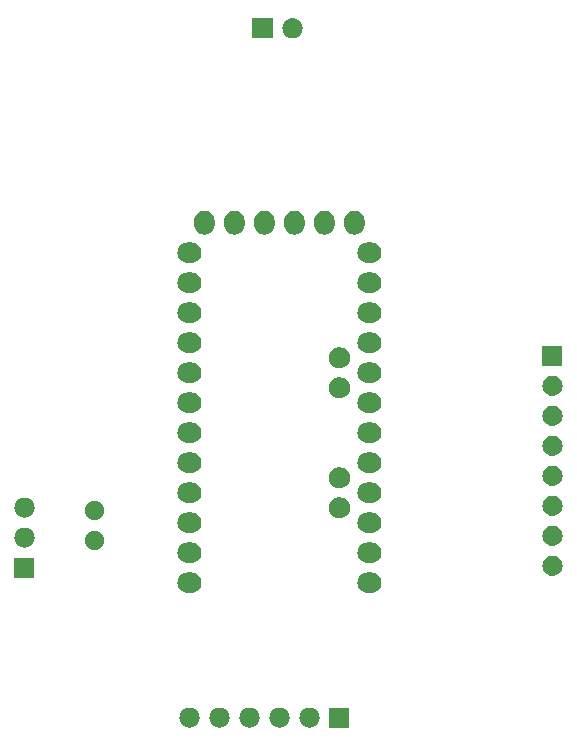
<source format=gbr>
G04 #@! TF.GenerationSoftware,KiCad,Pcbnew,5.0.2+dfsg1-1~bpo9+1*
G04 #@! TF.CreationDate,2019-03-25T16:16:38+01:00*
G04 #@! TF.ProjectId,ProMini,50726f4d-696e-4692-9e6b-696361645f70,0.1*
G04 #@! TF.SameCoordinates,Original*
G04 #@! TF.FileFunction,Soldermask,Top*
G04 #@! TF.FilePolarity,Negative*
%FSLAX46Y46*%
G04 Gerber Fmt 4.6, Leading zero omitted, Abs format (unit mm)*
G04 Created by KiCad (PCBNEW 5.0.2+dfsg1-1~bpo9+1) date Mon 25 Mar 2019 16:16:38 CET*
%MOMM*%
%LPD*%
G01*
G04 APERTURE LIST*
%ADD10C,0.100000*%
G04 APERTURE END LIST*
D10*
G36*
X151980000Y-125310000D02*
X150280000Y-125310000D01*
X150280000Y-123610000D01*
X151980000Y-123610000D01*
X151980000Y-125310000D01*
X151980000Y-125310000D01*
G37*
G36*
X148756630Y-123622299D02*
X148916855Y-123670903D01*
X149064520Y-123749831D01*
X149193949Y-123856051D01*
X149300169Y-123985480D01*
X149379097Y-124133145D01*
X149427701Y-124293370D01*
X149444112Y-124460000D01*
X149427701Y-124626630D01*
X149379097Y-124786855D01*
X149300169Y-124934520D01*
X149193949Y-125063949D01*
X149064520Y-125170169D01*
X148916855Y-125249097D01*
X148756630Y-125297701D01*
X148631752Y-125310000D01*
X148548248Y-125310000D01*
X148423370Y-125297701D01*
X148263145Y-125249097D01*
X148115480Y-125170169D01*
X147986051Y-125063949D01*
X147879831Y-124934520D01*
X147800903Y-124786855D01*
X147752299Y-124626630D01*
X147735888Y-124460000D01*
X147752299Y-124293370D01*
X147800903Y-124133145D01*
X147879831Y-123985480D01*
X147986051Y-123856051D01*
X148115480Y-123749831D01*
X148263145Y-123670903D01*
X148423370Y-123622299D01*
X148548248Y-123610000D01*
X148631752Y-123610000D01*
X148756630Y-123622299D01*
X148756630Y-123622299D01*
G37*
G36*
X138596630Y-123622299D02*
X138756855Y-123670903D01*
X138904520Y-123749831D01*
X139033949Y-123856051D01*
X139140169Y-123985480D01*
X139219097Y-124133145D01*
X139267701Y-124293370D01*
X139284112Y-124460000D01*
X139267701Y-124626630D01*
X139219097Y-124786855D01*
X139140169Y-124934520D01*
X139033949Y-125063949D01*
X138904520Y-125170169D01*
X138756855Y-125249097D01*
X138596630Y-125297701D01*
X138471752Y-125310000D01*
X138388248Y-125310000D01*
X138263370Y-125297701D01*
X138103145Y-125249097D01*
X137955480Y-125170169D01*
X137826051Y-125063949D01*
X137719831Y-124934520D01*
X137640903Y-124786855D01*
X137592299Y-124626630D01*
X137575888Y-124460000D01*
X137592299Y-124293370D01*
X137640903Y-124133145D01*
X137719831Y-123985480D01*
X137826051Y-123856051D01*
X137955480Y-123749831D01*
X138103145Y-123670903D01*
X138263370Y-123622299D01*
X138388248Y-123610000D01*
X138471752Y-123610000D01*
X138596630Y-123622299D01*
X138596630Y-123622299D01*
G37*
G36*
X141136630Y-123622299D02*
X141296855Y-123670903D01*
X141444520Y-123749831D01*
X141573949Y-123856051D01*
X141680169Y-123985480D01*
X141759097Y-124133145D01*
X141807701Y-124293370D01*
X141824112Y-124460000D01*
X141807701Y-124626630D01*
X141759097Y-124786855D01*
X141680169Y-124934520D01*
X141573949Y-125063949D01*
X141444520Y-125170169D01*
X141296855Y-125249097D01*
X141136630Y-125297701D01*
X141011752Y-125310000D01*
X140928248Y-125310000D01*
X140803370Y-125297701D01*
X140643145Y-125249097D01*
X140495480Y-125170169D01*
X140366051Y-125063949D01*
X140259831Y-124934520D01*
X140180903Y-124786855D01*
X140132299Y-124626630D01*
X140115888Y-124460000D01*
X140132299Y-124293370D01*
X140180903Y-124133145D01*
X140259831Y-123985480D01*
X140366051Y-123856051D01*
X140495480Y-123749831D01*
X140643145Y-123670903D01*
X140803370Y-123622299D01*
X140928248Y-123610000D01*
X141011752Y-123610000D01*
X141136630Y-123622299D01*
X141136630Y-123622299D01*
G37*
G36*
X146216630Y-123622299D02*
X146376855Y-123670903D01*
X146524520Y-123749831D01*
X146653949Y-123856051D01*
X146760169Y-123985480D01*
X146839097Y-124133145D01*
X146887701Y-124293370D01*
X146904112Y-124460000D01*
X146887701Y-124626630D01*
X146839097Y-124786855D01*
X146760169Y-124934520D01*
X146653949Y-125063949D01*
X146524520Y-125170169D01*
X146376855Y-125249097D01*
X146216630Y-125297701D01*
X146091752Y-125310000D01*
X146008248Y-125310000D01*
X145883370Y-125297701D01*
X145723145Y-125249097D01*
X145575480Y-125170169D01*
X145446051Y-125063949D01*
X145339831Y-124934520D01*
X145260903Y-124786855D01*
X145212299Y-124626630D01*
X145195888Y-124460000D01*
X145212299Y-124293370D01*
X145260903Y-124133145D01*
X145339831Y-123985480D01*
X145446051Y-123856051D01*
X145575480Y-123749831D01*
X145723145Y-123670903D01*
X145883370Y-123622299D01*
X146008248Y-123610000D01*
X146091752Y-123610000D01*
X146216630Y-123622299D01*
X146216630Y-123622299D01*
G37*
G36*
X143676630Y-123622299D02*
X143836855Y-123670903D01*
X143984520Y-123749831D01*
X144113949Y-123856051D01*
X144220169Y-123985480D01*
X144299097Y-124133145D01*
X144347701Y-124293370D01*
X144364112Y-124460000D01*
X144347701Y-124626630D01*
X144299097Y-124786855D01*
X144220169Y-124934520D01*
X144113949Y-125063949D01*
X143984520Y-125170169D01*
X143836855Y-125249097D01*
X143676630Y-125297701D01*
X143551752Y-125310000D01*
X143468248Y-125310000D01*
X143343370Y-125297701D01*
X143183145Y-125249097D01*
X143035480Y-125170169D01*
X142906051Y-125063949D01*
X142799831Y-124934520D01*
X142720903Y-124786855D01*
X142672299Y-124626630D01*
X142655888Y-124460000D01*
X142672299Y-124293370D01*
X142720903Y-124133145D01*
X142799831Y-123985480D01*
X142906051Y-123856051D01*
X143035480Y-123749831D01*
X143183145Y-123670903D01*
X143343370Y-123622299D01*
X143468248Y-123610000D01*
X143551752Y-123610000D01*
X143676630Y-123622299D01*
X143676630Y-123622299D01*
G37*
G36*
X138667112Y-112170565D02*
X138751695Y-112178896D01*
X138834286Y-112203950D01*
X138914488Y-112228279D01*
X139064512Y-112308468D01*
X139196012Y-112416388D01*
X139303932Y-112547888D01*
X139384121Y-112697912D01*
X139384122Y-112697916D01*
X139433504Y-112860705D01*
X139450178Y-113030000D01*
X139433504Y-113199295D01*
X139396971Y-113319727D01*
X139384121Y-113362088D01*
X139303932Y-113512112D01*
X139196012Y-113643612D01*
X139064512Y-113751532D01*
X138914488Y-113831721D01*
X138872127Y-113844571D01*
X138751695Y-113881104D01*
X138667112Y-113889435D01*
X138624821Y-113893600D01*
X138235179Y-113893600D01*
X138192888Y-113889435D01*
X138108305Y-113881104D01*
X137987873Y-113844571D01*
X137945512Y-113831721D01*
X137795488Y-113751532D01*
X137663988Y-113643612D01*
X137556068Y-113512112D01*
X137475879Y-113362088D01*
X137463029Y-113319727D01*
X137426496Y-113199295D01*
X137409822Y-113030000D01*
X137426496Y-112860705D01*
X137475878Y-112697916D01*
X137475879Y-112697912D01*
X137556068Y-112547888D01*
X137663988Y-112416388D01*
X137795488Y-112308468D01*
X137945512Y-112228279D01*
X138025714Y-112203950D01*
X138108305Y-112178896D01*
X138192888Y-112170565D01*
X138235179Y-112166400D01*
X138624821Y-112166400D01*
X138667112Y-112170565D01*
X138667112Y-112170565D01*
G37*
G36*
X153907112Y-112170565D02*
X153991695Y-112178896D01*
X154074286Y-112203950D01*
X154154488Y-112228279D01*
X154304512Y-112308468D01*
X154436012Y-112416388D01*
X154543932Y-112547888D01*
X154624121Y-112697912D01*
X154624122Y-112697916D01*
X154673504Y-112860705D01*
X154690178Y-113030000D01*
X154673504Y-113199295D01*
X154636971Y-113319727D01*
X154624121Y-113362088D01*
X154543932Y-113512112D01*
X154436012Y-113643612D01*
X154304512Y-113751532D01*
X154154488Y-113831721D01*
X154112127Y-113844571D01*
X153991695Y-113881104D01*
X153907112Y-113889435D01*
X153864821Y-113893600D01*
X153475179Y-113893600D01*
X153432888Y-113889435D01*
X153348305Y-113881104D01*
X153227873Y-113844571D01*
X153185512Y-113831721D01*
X153035488Y-113751532D01*
X152903988Y-113643612D01*
X152796068Y-113512112D01*
X152715879Y-113362088D01*
X152703029Y-113319727D01*
X152666496Y-113199295D01*
X152649822Y-113030000D01*
X152666496Y-112860705D01*
X152715878Y-112697916D01*
X152715879Y-112697912D01*
X152796068Y-112547888D01*
X152903988Y-112416388D01*
X153035488Y-112308468D01*
X153185512Y-112228279D01*
X153265714Y-112203950D01*
X153348305Y-112178896D01*
X153432888Y-112170565D01*
X153475179Y-112166400D01*
X153864821Y-112166400D01*
X153907112Y-112170565D01*
X153907112Y-112170565D01*
G37*
G36*
X125310000Y-112610000D02*
X123610000Y-112610000D01*
X123610000Y-110910000D01*
X125310000Y-110910000D01*
X125310000Y-112610000D01*
X125310000Y-112610000D01*
G37*
G36*
X169331632Y-110762300D02*
X169491857Y-110810904D01*
X169639522Y-110889832D01*
X169768951Y-110996052D01*
X169875171Y-111125481D01*
X169954099Y-111273146D01*
X170002703Y-111433371D01*
X170019114Y-111600001D01*
X170002703Y-111766631D01*
X169954099Y-111926856D01*
X169875171Y-112074521D01*
X169768951Y-112203950D01*
X169639522Y-112310170D01*
X169491857Y-112389098D01*
X169331632Y-112437702D01*
X169206754Y-112450001D01*
X169123250Y-112450001D01*
X168998372Y-112437702D01*
X168838147Y-112389098D01*
X168690482Y-112310170D01*
X168561053Y-112203950D01*
X168454833Y-112074521D01*
X168375905Y-111926856D01*
X168327301Y-111766631D01*
X168310890Y-111600001D01*
X168327301Y-111433371D01*
X168375905Y-111273146D01*
X168454833Y-111125481D01*
X168561053Y-110996052D01*
X168690482Y-110889832D01*
X168838147Y-110810904D01*
X168998372Y-110762300D01*
X169123250Y-110750001D01*
X169206754Y-110750001D01*
X169331632Y-110762300D01*
X169331632Y-110762300D01*
G37*
G36*
X138667112Y-109630565D02*
X138751695Y-109638896D01*
X138834286Y-109663950D01*
X138914488Y-109688279D01*
X139064512Y-109768468D01*
X139196012Y-109876388D01*
X139303932Y-110007888D01*
X139384121Y-110157912D01*
X139384122Y-110157916D01*
X139433504Y-110320705D01*
X139450178Y-110490000D01*
X139433504Y-110659295D01*
X139405988Y-110750001D01*
X139384121Y-110822088D01*
X139303932Y-110972112D01*
X139196012Y-111103612D01*
X139064512Y-111211532D01*
X138914488Y-111291721D01*
X138872127Y-111304571D01*
X138751695Y-111341104D01*
X138667112Y-111349435D01*
X138624821Y-111353600D01*
X138235179Y-111353600D01*
X138192888Y-111349435D01*
X138108305Y-111341104D01*
X137987873Y-111304571D01*
X137945512Y-111291721D01*
X137795488Y-111211532D01*
X137663988Y-111103612D01*
X137556068Y-110972112D01*
X137475879Y-110822088D01*
X137454012Y-110750001D01*
X137426496Y-110659295D01*
X137409822Y-110490000D01*
X137426496Y-110320705D01*
X137475878Y-110157916D01*
X137475879Y-110157912D01*
X137556068Y-110007888D01*
X137663988Y-109876388D01*
X137795488Y-109768468D01*
X137945512Y-109688279D01*
X138025714Y-109663950D01*
X138108305Y-109638896D01*
X138192888Y-109630565D01*
X138235179Y-109626400D01*
X138624821Y-109626400D01*
X138667112Y-109630565D01*
X138667112Y-109630565D01*
G37*
G36*
X153907112Y-109630565D02*
X153991695Y-109638896D01*
X154074286Y-109663950D01*
X154154488Y-109688279D01*
X154304512Y-109768468D01*
X154436012Y-109876388D01*
X154543932Y-110007888D01*
X154624121Y-110157912D01*
X154624122Y-110157916D01*
X154673504Y-110320705D01*
X154690178Y-110490000D01*
X154673504Y-110659295D01*
X154645988Y-110750001D01*
X154624121Y-110822088D01*
X154543932Y-110972112D01*
X154436012Y-111103612D01*
X154304512Y-111211532D01*
X154154488Y-111291721D01*
X154112127Y-111304571D01*
X153991695Y-111341104D01*
X153907112Y-111349435D01*
X153864821Y-111353600D01*
X153475179Y-111353600D01*
X153432888Y-111349435D01*
X153348305Y-111341104D01*
X153227873Y-111304571D01*
X153185512Y-111291721D01*
X153035488Y-111211532D01*
X152903988Y-111103612D01*
X152796068Y-110972112D01*
X152715879Y-110822088D01*
X152694012Y-110750001D01*
X152666496Y-110659295D01*
X152649822Y-110490000D01*
X152666496Y-110320705D01*
X152715878Y-110157916D01*
X152715879Y-110157912D01*
X152796068Y-110007888D01*
X152903988Y-109876388D01*
X153035488Y-109768468D01*
X153185512Y-109688279D01*
X153265714Y-109663950D01*
X153348305Y-109638896D01*
X153432888Y-109630565D01*
X153475179Y-109626400D01*
X153864821Y-109626400D01*
X153907112Y-109630565D01*
X153907112Y-109630565D01*
G37*
G36*
X130628354Y-108690744D02*
X130773943Y-108751049D01*
X130904975Y-108838602D01*
X131016401Y-108950028D01*
X131103954Y-109081060D01*
X131164259Y-109226649D01*
X131195002Y-109381206D01*
X131195002Y-109538796D01*
X131164259Y-109693353D01*
X131103954Y-109838942D01*
X131016401Y-109969974D01*
X130904975Y-110081400D01*
X130773943Y-110168953D01*
X130628354Y-110229258D01*
X130473797Y-110260001D01*
X130316207Y-110260001D01*
X130161650Y-110229258D01*
X130016061Y-110168953D01*
X129885029Y-110081400D01*
X129773603Y-109969974D01*
X129686050Y-109838942D01*
X129625745Y-109693353D01*
X129595002Y-109538796D01*
X129595002Y-109381206D01*
X129625745Y-109226649D01*
X129686050Y-109081060D01*
X129773603Y-108950028D01*
X129885029Y-108838602D01*
X130016061Y-108751049D01*
X130161650Y-108690744D01*
X130316207Y-108660001D01*
X130473797Y-108660001D01*
X130628354Y-108690744D01*
X130628354Y-108690744D01*
G37*
G36*
X124626630Y-108382299D02*
X124786855Y-108430903D01*
X124934520Y-108509831D01*
X125063949Y-108616051D01*
X125170169Y-108745480D01*
X125249097Y-108893145D01*
X125297701Y-109053370D01*
X125314112Y-109220000D01*
X125297701Y-109386630D01*
X125249097Y-109546855D01*
X125170169Y-109694520D01*
X125063949Y-109823949D01*
X124934520Y-109930169D01*
X124786855Y-110009097D01*
X124626630Y-110057701D01*
X124501752Y-110070000D01*
X124418248Y-110070000D01*
X124293370Y-110057701D01*
X124133145Y-110009097D01*
X123985480Y-109930169D01*
X123856051Y-109823949D01*
X123749831Y-109694520D01*
X123670903Y-109546855D01*
X123622299Y-109386630D01*
X123605888Y-109220000D01*
X123622299Y-109053370D01*
X123670903Y-108893145D01*
X123749831Y-108745480D01*
X123856051Y-108616051D01*
X123985480Y-108509831D01*
X124133145Y-108430903D01*
X124293370Y-108382299D01*
X124418248Y-108370000D01*
X124501752Y-108370000D01*
X124626630Y-108382299D01*
X124626630Y-108382299D01*
G37*
G36*
X169331632Y-108222300D02*
X169491857Y-108270904D01*
X169639522Y-108349832D01*
X169768951Y-108456052D01*
X169875171Y-108585481D01*
X169954099Y-108733146D01*
X170002703Y-108893371D01*
X170019114Y-109060001D01*
X170002703Y-109226631D01*
X169954099Y-109386856D01*
X169875171Y-109534521D01*
X169768951Y-109663950D01*
X169639522Y-109770170D01*
X169491857Y-109849098D01*
X169331632Y-109897702D01*
X169206754Y-109910001D01*
X169123250Y-109910001D01*
X168998372Y-109897702D01*
X168838147Y-109849098D01*
X168690482Y-109770170D01*
X168561053Y-109663950D01*
X168454833Y-109534521D01*
X168375905Y-109386856D01*
X168327301Y-109226631D01*
X168310890Y-109060001D01*
X168327301Y-108893371D01*
X168375905Y-108733146D01*
X168454833Y-108585481D01*
X168561053Y-108456052D01*
X168690482Y-108349832D01*
X168838147Y-108270904D01*
X168998372Y-108222300D01*
X169123250Y-108210001D01*
X169206754Y-108210001D01*
X169331632Y-108222300D01*
X169331632Y-108222300D01*
G37*
G36*
X153907112Y-107090565D02*
X153991695Y-107098896D01*
X154074286Y-107123950D01*
X154154488Y-107148279D01*
X154304512Y-107228468D01*
X154436012Y-107336388D01*
X154543932Y-107467888D01*
X154624121Y-107617912D01*
X154624122Y-107617916D01*
X154673504Y-107780705D01*
X154690178Y-107950000D01*
X154673504Y-108119295D01*
X154645988Y-108210001D01*
X154624121Y-108282088D01*
X154543932Y-108432112D01*
X154436012Y-108563612D01*
X154304512Y-108671532D01*
X154154488Y-108751721D01*
X154112127Y-108764571D01*
X153991695Y-108801104D01*
X153907112Y-108809435D01*
X153864821Y-108813600D01*
X153475179Y-108813600D01*
X153432888Y-108809435D01*
X153348305Y-108801104D01*
X153227873Y-108764571D01*
X153185512Y-108751721D01*
X153035488Y-108671532D01*
X152903988Y-108563612D01*
X152796068Y-108432112D01*
X152715879Y-108282088D01*
X152694012Y-108210001D01*
X152666496Y-108119295D01*
X152649822Y-107950000D01*
X152666496Y-107780705D01*
X152715878Y-107617916D01*
X152715879Y-107617912D01*
X152796068Y-107467888D01*
X152903988Y-107336388D01*
X153035488Y-107228468D01*
X153185512Y-107148279D01*
X153265714Y-107123950D01*
X153348305Y-107098896D01*
X153432888Y-107090565D01*
X153475179Y-107086400D01*
X153864821Y-107086400D01*
X153907112Y-107090565D01*
X153907112Y-107090565D01*
G37*
G36*
X138667112Y-107090565D02*
X138751695Y-107098896D01*
X138834286Y-107123950D01*
X138914488Y-107148279D01*
X139064512Y-107228468D01*
X139196012Y-107336388D01*
X139303932Y-107467888D01*
X139384121Y-107617912D01*
X139384122Y-107617916D01*
X139433504Y-107780705D01*
X139450178Y-107950000D01*
X139433504Y-108119295D01*
X139405988Y-108210001D01*
X139384121Y-108282088D01*
X139303932Y-108432112D01*
X139196012Y-108563612D01*
X139064512Y-108671532D01*
X138914488Y-108751721D01*
X138872127Y-108764571D01*
X138751695Y-108801104D01*
X138667112Y-108809435D01*
X138624821Y-108813600D01*
X138235179Y-108813600D01*
X138192888Y-108809435D01*
X138108305Y-108801104D01*
X137987873Y-108764571D01*
X137945512Y-108751721D01*
X137795488Y-108671532D01*
X137663988Y-108563612D01*
X137556068Y-108432112D01*
X137475879Y-108282088D01*
X137454012Y-108210001D01*
X137426496Y-108119295D01*
X137409822Y-107950000D01*
X137426496Y-107780705D01*
X137475878Y-107617916D01*
X137475879Y-107617912D01*
X137556068Y-107467888D01*
X137663988Y-107336388D01*
X137795488Y-107228468D01*
X137945512Y-107148279D01*
X138025714Y-107123950D01*
X138108305Y-107098896D01*
X138192888Y-107090565D01*
X138235179Y-107086400D01*
X138624821Y-107086400D01*
X138667112Y-107090565D01*
X138667112Y-107090565D01*
G37*
G36*
X130628354Y-106150744D02*
X130773943Y-106211049D01*
X130904975Y-106298602D01*
X131016401Y-106410028D01*
X131103954Y-106541060D01*
X131164259Y-106686649D01*
X131195002Y-106841206D01*
X131195002Y-106998796D01*
X131164259Y-107153353D01*
X131103954Y-107298942D01*
X131016401Y-107429974D01*
X130904975Y-107541400D01*
X130773943Y-107628953D01*
X130628354Y-107689258D01*
X130473797Y-107720001D01*
X130316207Y-107720001D01*
X130161650Y-107689258D01*
X130016061Y-107628953D01*
X129885029Y-107541400D01*
X129773603Y-107429974D01*
X129686050Y-107298942D01*
X129625745Y-107153353D01*
X129595002Y-106998796D01*
X129595002Y-106841206D01*
X129625745Y-106686649D01*
X129686050Y-106541060D01*
X129773603Y-106410028D01*
X129885029Y-106298602D01*
X130016061Y-106211049D01*
X130161650Y-106150744D01*
X130316207Y-106120001D01*
X130473797Y-106120001D01*
X130628354Y-106150744D01*
X130628354Y-106150744D01*
G37*
G36*
X151389312Y-105825164D02*
X151551098Y-105892178D01*
X151696707Y-105989471D01*
X151820529Y-106113293D01*
X151917822Y-106258902D01*
X151984836Y-106420688D01*
X152019000Y-106592441D01*
X152019000Y-106767559D01*
X151984836Y-106939312D01*
X151917822Y-107101098D01*
X151820529Y-107246707D01*
X151696707Y-107370529D01*
X151551098Y-107467822D01*
X151389312Y-107534836D01*
X151217559Y-107569000D01*
X151042441Y-107569000D01*
X150870688Y-107534836D01*
X150708902Y-107467822D01*
X150563293Y-107370529D01*
X150439471Y-107246707D01*
X150342178Y-107101098D01*
X150275164Y-106939312D01*
X150241000Y-106767559D01*
X150241000Y-106592441D01*
X150275164Y-106420688D01*
X150342178Y-106258902D01*
X150439471Y-106113293D01*
X150563293Y-105989471D01*
X150708902Y-105892178D01*
X150870688Y-105825164D01*
X151042441Y-105791000D01*
X151217559Y-105791000D01*
X151389312Y-105825164D01*
X151389312Y-105825164D01*
G37*
G36*
X124626630Y-105842299D02*
X124786855Y-105890903D01*
X124934520Y-105969831D01*
X125063949Y-106076051D01*
X125170169Y-106205480D01*
X125249097Y-106353145D01*
X125297701Y-106513370D01*
X125314112Y-106680000D01*
X125297701Y-106846630D01*
X125249097Y-107006855D01*
X125170169Y-107154520D01*
X125063949Y-107283949D01*
X124934520Y-107390169D01*
X124786855Y-107469097D01*
X124626630Y-107517701D01*
X124501752Y-107530000D01*
X124418248Y-107530000D01*
X124293370Y-107517701D01*
X124133145Y-107469097D01*
X123985480Y-107390169D01*
X123856051Y-107283949D01*
X123749831Y-107154520D01*
X123670903Y-107006855D01*
X123622299Y-106846630D01*
X123605888Y-106680000D01*
X123622299Y-106513370D01*
X123670903Y-106353145D01*
X123749831Y-106205480D01*
X123856051Y-106076051D01*
X123985480Y-105969831D01*
X124133145Y-105890903D01*
X124293370Y-105842299D01*
X124418248Y-105830000D01*
X124501752Y-105830000D01*
X124626630Y-105842299D01*
X124626630Y-105842299D01*
G37*
G36*
X169331632Y-105682300D02*
X169491857Y-105730904D01*
X169639522Y-105809832D01*
X169768951Y-105916052D01*
X169875171Y-106045481D01*
X169954099Y-106193146D01*
X170002703Y-106353371D01*
X170019114Y-106520001D01*
X170002703Y-106686631D01*
X169954099Y-106846856D01*
X169875171Y-106994521D01*
X169768951Y-107123950D01*
X169639522Y-107230170D01*
X169491857Y-107309098D01*
X169331632Y-107357702D01*
X169206754Y-107370001D01*
X169123250Y-107370001D01*
X168998372Y-107357702D01*
X168838147Y-107309098D01*
X168690482Y-107230170D01*
X168561053Y-107123950D01*
X168454833Y-106994521D01*
X168375905Y-106846856D01*
X168327301Y-106686631D01*
X168310890Y-106520001D01*
X168327301Y-106353371D01*
X168375905Y-106193146D01*
X168454833Y-106045481D01*
X168561053Y-105916052D01*
X168690482Y-105809832D01*
X168838147Y-105730904D01*
X168998372Y-105682300D01*
X169123250Y-105670001D01*
X169206754Y-105670001D01*
X169331632Y-105682300D01*
X169331632Y-105682300D01*
G37*
G36*
X153907112Y-104550565D02*
X153991695Y-104558896D01*
X154074286Y-104583950D01*
X154154488Y-104608279D01*
X154304512Y-104688468D01*
X154436012Y-104796388D01*
X154543932Y-104927888D01*
X154624121Y-105077912D01*
X154624122Y-105077916D01*
X154673504Y-105240705D01*
X154690178Y-105410000D01*
X154673504Y-105579295D01*
X154645988Y-105670001D01*
X154624121Y-105742088D01*
X154543932Y-105892112D01*
X154436012Y-106023612D01*
X154304512Y-106131532D01*
X154154488Y-106211721D01*
X154112127Y-106224571D01*
X153991695Y-106261104D01*
X153907112Y-106269435D01*
X153864821Y-106273600D01*
X153475179Y-106273600D01*
X153432888Y-106269435D01*
X153348305Y-106261104D01*
X153227873Y-106224571D01*
X153185512Y-106211721D01*
X153035488Y-106131532D01*
X152903988Y-106023612D01*
X152796068Y-105892112D01*
X152715879Y-105742088D01*
X152694012Y-105670001D01*
X152666496Y-105579295D01*
X152649822Y-105410000D01*
X152666496Y-105240705D01*
X152715878Y-105077916D01*
X152715879Y-105077912D01*
X152796068Y-104927888D01*
X152903988Y-104796388D01*
X153035488Y-104688468D01*
X153185512Y-104608279D01*
X153265714Y-104583950D01*
X153348305Y-104558896D01*
X153432888Y-104550565D01*
X153475179Y-104546400D01*
X153864821Y-104546400D01*
X153907112Y-104550565D01*
X153907112Y-104550565D01*
G37*
G36*
X138667112Y-104550565D02*
X138751695Y-104558896D01*
X138834286Y-104583950D01*
X138914488Y-104608279D01*
X139064512Y-104688468D01*
X139196012Y-104796388D01*
X139303932Y-104927888D01*
X139384121Y-105077912D01*
X139384122Y-105077916D01*
X139433504Y-105240705D01*
X139450178Y-105410000D01*
X139433504Y-105579295D01*
X139405988Y-105670001D01*
X139384121Y-105742088D01*
X139303932Y-105892112D01*
X139196012Y-106023612D01*
X139064512Y-106131532D01*
X138914488Y-106211721D01*
X138872127Y-106224571D01*
X138751695Y-106261104D01*
X138667112Y-106269435D01*
X138624821Y-106273600D01*
X138235179Y-106273600D01*
X138192888Y-106269435D01*
X138108305Y-106261104D01*
X137987873Y-106224571D01*
X137945512Y-106211721D01*
X137795488Y-106131532D01*
X137663988Y-106023612D01*
X137556068Y-105892112D01*
X137475879Y-105742088D01*
X137454012Y-105670001D01*
X137426496Y-105579295D01*
X137409822Y-105410000D01*
X137426496Y-105240705D01*
X137475878Y-105077916D01*
X137475879Y-105077912D01*
X137556068Y-104927888D01*
X137663988Y-104796388D01*
X137795488Y-104688468D01*
X137945512Y-104608279D01*
X138025714Y-104583950D01*
X138108305Y-104558896D01*
X138192888Y-104550565D01*
X138235179Y-104546400D01*
X138624821Y-104546400D01*
X138667112Y-104550565D01*
X138667112Y-104550565D01*
G37*
G36*
X151389312Y-103285164D02*
X151551098Y-103352178D01*
X151696707Y-103449471D01*
X151820529Y-103573293D01*
X151917822Y-103718902D01*
X151984836Y-103880688D01*
X152019000Y-104052441D01*
X152019000Y-104227559D01*
X151984836Y-104399312D01*
X151917822Y-104561098D01*
X151820529Y-104706707D01*
X151696707Y-104830529D01*
X151551098Y-104927822D01*
X151389312Y-104994836D01*
X151217559Y-105029000D01*
X151042441Y-105029000D01*
X150870688Y-104994836D01*
X150708902Y-104927822D01*
X150563293Y-104830529D01*
X150439471Y-104706707D01*
X150342178Y-104561098D01*
X150275164Y-104399312D01*
X150241000Y-104227559D01*
X150241000Y-104052441D01*
X150275164Y-103880688D01*
X150342178Y-103718902D01*
X150439471Y-103573293D01*
X150563293Y-103449471D01*
X150708902Y-103352178D01*
X150870688Y-103285164D01*
X151042441Y-103251000D01*
X151217559Y-103251000D01*
X151389312Y-103285164D01*
X151389312Y-103285164D01*
G37*
G36*
X169331632Y-103142300D02*
X169491857Y-103190904D01*
X169639522Y-103269832D01*
X169768951Y-103376052D01*
X169875171Y-103505481D01*
X169954099Y-103653146D01*
X170002703Y-103813371D01*
X170019114Y-103980001D01*
X170002703Y-104146631D01*
X169954099Y-104306856D01*
X169875171Y-104454521D01*
X169768951Y-104583950D01*
X169639522Y-104690170D01*
X169491857Y-104769098D01*
X169331632Y-104817702D01*
X169206754Y-104830001D01*
X169123250Y-104830001D01*
X168998372Y-104817702D01*
X168838147Y-104769098D01*
X168690482Y-104690170D01*
X168561053Y-104583950D01*
X168454833Y-104454521D01*
X168375905Y-104306856D01*
X168327301Y-104146631D01*
X168310890Y-103980001D01*
X168327301Y-103813371D01*
X168375905Y-103653146D01*
X168454833Y-103505481D01*
X168561053Y-103376052D01*
X168690482Y-103269832D01*
X168838147Y-103190904D01*
X168998372Y-103142300D01*
X169123250Y-103130001D01*
X169206754Y-103130001D01*
X169331632Y-103142300D01*
X169331632Y-103142300D01*
G37*
G36*
X153907112Y-102010565D02*
X153991695Y-102018896D01*
X154074286Y-102043950D01*
X154154488Y-102068279D01*
X154304512Y-102148468D01*
X154436012Y-102256388D01*
X154543932Y-102387888D01*
X154624121Y-102537912D01*
X154624122Y-102537916D01*
X154673504Y-102700705D01*
X154690178Y-102870000D01*
X154673504Y-103039295D01*
X154645988Y-103130001D01*
X154624121Y-103202088D01*
X154543932Y-103352112D01*
X154436012Y-103483612D01*
X154304512Y-103591532D01*
X154154488Y-103671721D01*
X154112127Y-103684571D01*
X153991695Y-103721104D01*
X153907112Y-103729435D01*
X153864821Y-103733600D01*
X153475179Y-103733600D01*
X153432888Y-103729435D01*
X153348305Y-103721104D01*
X153227873Y-103684571D01*
X153185512Y-103671721D01*
X153035488Y-103591532D01*
X152903988Y-103483612D01*
X152796068Y-103352112D01*
X152715879Y-103202088D01*
X152694012Y-103130001D01*
X152666496Y-103039295D01*
X152649822Y-102870000D01*
X152666496Y-102700705D01*
X152715878Y-102537916D01*
X152715879Y-102537912D01*
X152796068Y-102387888D01*
X152903988Y-102256388D01*
X153035488Y-102148468D01*
X153185512Y-102068279D01*
X153265714Y-102043950D01*
X153348305Y-102018896D01*
X153432888Y-102010565D01*
X153475179Y-102006400D01*
X153864821Y-102006400D01*
X153907112Y-102010565D01*
X153907112Y-102010565D01*
G37*
G36*
X138667112Y-102010565D02*
X138751695Y-102018896D01*
X138834286Y-102043950D01*
X138914488Y-102068279D01*
X139064512Y-102148468D01*
X139196012Y-102256388D01*
X139303932Y-102387888D01*
X139384121Y-102537912D01*
X139384122Y-102537916D01*
X139433504Y-102700705D01*
X139450178Y-102870000D01*
X139433504Y-103039295D01*
X139405988Y-103130001D01*
X139384121Y-103202088D01*
X139303932Y-103352112D01*
X139196012Y-103483612D01*
X139064512Y-103591532D01*
X138914488Y-103671721D01*
X138872127Y-103684571D01*
X138751695Y-103721104D01*
X138667112Y-103729435D01*
X138624821Y-103733600D01*
X138235179Y-103733600D01*
X138192888Y-103729435D01*
X138108305Y-103721104D01*
X137987873Y-103684571D01*
X137945512Y-103671721D01*
X137795488Y-103591532D01*
X137663988Y-103483612D01*
X137556068Y-103352112D01*
X137475879Y-103202088D01*
X137454012Y-103130001D01*
X137426496Y-103039295D01*
X137409822Y-102870000D01*
X137426496Y-102700705D01*
X137475878Y-102537916D01*
X137475879Y-102537912D01*
X137556068Y-102387888D01*
X137663988Y-102256388D01*
X137795488Y-102148468D01*
X137945512Y-102068279D01*
X138025714Y-102043950D01*
X138108305Y-102018896D01*
X138192888Y-102010565D01*
X138235179Y-102006400D01*
X138624821Y-102006400D01*
X138667112Y-102010565D01*
X138667112Y-102010565D01*
G37*
G36*
X169331632Y-100602300D02*
X169491857Y-100650904D01*
X169639522Y-100729832D01*
X169768951Y-100836052D01*
X169875171Y-100965481D01*
X169954099Y-101113146D01*
X170002703Y-101273371D01*
X170019114Y-101440001D01*
X170002703Y-101606631D01*
X169954099Y-101766856D01*
X169875171Y-101914521D01*
X169768951Y-102043950D01*
X169639522Y-102150170D01*
X169491857Y-102229098D01*
X169331632Y-102277702D01*
X169206754Y-102290001D01*
X169123250Y-102290001D01*
X168998372Y-102277702D01*
X168838147Y-102229098D01*
X168690482Y-102150170D01*
X168561053Y-102043950D01*
X168454833Y-101914521D01*
X168375905Y-101766856D01*
X168327301Y-101606631D01*
X168310890Y-101440001D01*
X168327301Y-101273371D01*
X168375905Y-101113146D01*
X168454833Y-100965481D01*
X168561053Y-100836052D01*
X168690482Y-100729832D01*
X168838147Y-100650904D01*
X168998372Y-100602300D01*
X169123250Y-100590001D01*
X169206754Y-100590001D01*
X169331632Y-100602300D01*
X169331632Y-100602300D01*
G37*
G36*
X138667112Y-99470565D02*
X138751695Y-99478896D01*
X138834286Y-99503950D01*
X138914488Y-99528279D01*
X139064512Y-99608468D01*
X139196012Y-99716388D01*
X139303932Y-99847888D01*
X139384121Y-99997912D01*
X139384122Y-99997916D01*
X139433504Y-100160705D01*
X139450178Y-100330000D01*
X139433504Y-100499295D01*
X139405988Y-100590001D01*
X139384121Y-100662088D01*
X139303932Y-100812112D01*
X139196012Y-100943612D01*
X139064512Y-101051532D01*
X138914488Y-101131721D01*
X138872127Y-101144571D01*
X138751695Y-101181104D01*
X138667112Y-101189435D01*
X138624821Y-101193600D01*
X138235179Y-101193600D01*
X138192888Y-101189435D01*
X138108305Y-101181104D01*
X137987873Y-101144571D01*
X137945512Y-101131721D01*
X137795488Y-101051532D01*
X137663988Y-100943612D01*
X137556068Y-100812112D01*
X137475879Y-100662088D01*
X137454012Y-100590001D01*
X137426496Y-100499295D01*
X137409822Y-100330000D01*
X137426496Y-100160705D01*
X137475878Y-99997916D01*
X137475879Y-99997912D01*
X137556068Y-99847888D01*
X137663988Y-99716388D01*
X137795488Y-99608468D01*
X137945512Y-99528279D01*
X138025714Y-99503950D01*
X138108305Y-99478896D01*
X138192888Y-99470565D01*
X138235179Y-99466400D01*
X138624821Y-99466400D01*
X138667112Y-99470565D01*
X138667112Y-99470565D01*
G37*
G36*
X153907112Y-99470565D02*
X153991695Y-99478896D01*
X154074286Y-99503950D01*
X154154488Y-99528279D01*
X154304512Y-99608468D01*
X154436012Y-99716388D01*
X154543932Y-99847888D01*
X154624121Y-99997912D01*
X154624122Y-99997916D01*
X154673504Y-100160705D01*
X154690178Y-100330000D01*
X154673504Y-100499295D01*
X154645988Y-100590001D01*
X154624121Y-100662088D01*
X154543932Y-100812112D01*
X154436012Y-100943612D01*
X154304512Y-101051532D01*
X154154488Y-101131721D01*
X154112127Y-101144571D01*
X153991695Y-101181104D01*
X153907112Y-101189435D01*
X153864821Y-101193600D01*
X153475179Y-101193600D01*
X153432888Y-101189435D01*
X153348305Y-101181104D01*
X153227873Y-101144571D01*
X153185512Y-101131721D01*
X153035488Y-101051532D01*
X152903988Y-100943612D01*
X152796068Y-100812112D01*
X152715879Y-100662088D01*
X152694012Y-100590001D01*
X152666496Y-100499295D01*
X152649822Y-100330000D01*
X152666496Y-100160705D01*
X152715878Y-99997916D01*
X152715879Y-99997912D01*
X152796068Y-99847888D01*
X152903988Y-99716388D01*
X153035488Y-99608468D01*
X153185512Y-99528279D01*
X153265714Y-99503950D01*
X153348305Y-99478896D01*
X153432888Y-99470565D01*
X153475179Y-99466400D01*
X153864821Y-99466400D01*
X153907112Y-99470565D01*
X153907112Y-99470565D01*
G37*
G36*
X169331632Y-98062300D02*
X169491857Y-98110904D01*
X169639522Y-98189832D01*
X169768951Y-98296052D01*
X169875171Y-98425481D01*
X169954099Y-98573146D01*
X170002703Y-98733371D01*
X170019114Y-98900001D01*
X170002703Y-99066631D01*
X169954099Y-99226856D01*
X169875171Y-99374521D01*
X169768951Y-99503950D01*
X169639522Y-99610170D01*
X169491857Y-99689098D01*
X169331632Y-99737702D01*
X169206754Y-99750001D01*
X169123250Y-99750001D01*
X168998372Y-99737702D01*
X168838147Y-99689098D01*
X168690482Y-99610170D01*
X168561053Y-99503950D01*
X168454833Y-99374521D01*
X168375905Y-99226856D01*
X168327301Y-99066631D01*
X168310890Y-98900001D01*
X168327301Y-98733371D01*
X168375905Y-98573146D01*
X168454833Y-98425481D01*
X168561053Y-98296052D01*
X168690482Y-98189832D01*
X168838147Y-98110904D01*
X168998372Y-98062300D01*
X169123250Y-98050001D01*
X169206754Y-98050001D01*
X169331632Y-98062300D01*
X169331632Y-98062300D01*
G37*
G36*
X153907112Y-96930565D02*
X153991695Y-96938896D01*
X154074286Y-96963950D01*
X154154488Y-96988279D01*
X154304512Y-97068468D01*
X154436012Y-97176388D01*
X154543932Y-97307888D01*
X154624121Y-97457912D01*
X154624122Y-97457916D01*
X154673504Y-97620705D01*
X154690178Y-97790000D01*
X154673504Y-97959295D01*
X154645988Y-98050001D01*
X154624121Y-98122088D01*
X154543932Y-98272112D01*
X154436012Y-98403612D01*
X154304512Y-98511532D01*
X154154488Y-98591721D01*
X154112127Y-98604571D01*
X153991695Y-98641104D01*
X153907112Y-98649435D01*
X153864821Y-98653600D01*
X153475179Y-98653600D01*
X153432888Y-98649435D01*
X153348305Y-98641104D01*
X153227873Y-98604571D01*
X153185512Y-98591721D01*
X153035488Y-98511532D01*
X152903988Y-98403612D01*
X152796068Y-98272112D01*
X152715879Y-98122088D01*
X152694012Y-98050001D01*
X152666496Y-97959295D01*
X152649822Y-97790000D01*
X152666496Y-97620705D01*
X152715878Y-97457916D01*
X152715879Y-97457912D01*
X152796068Y-97307888D01*
X152903988Y-97176388D01*
X153035488Y-97068468D01*
X153185512Y-96988279D01*
X153265714Y-96963950D01*
X153348305Y-96938896D01*
X153432888Y-96930565D01*
X153475179Y-96926400D01*
X153864821Y-96926400D01*
X153907112Y-96930565D01*
X153907112Y-96930565D01*
G37*
G36*
X138667112Y-96930565D02*
X138751695Y-96938896D01*
X138834286Y-96963950D01*
X138914488Y-96988279D01*
X139064512Y-97068468D01*
X139196012Y-97176388D01*
X139303932Y-97307888D01*
X139384121Y-97457912D01*
X139384122Y-97457916D01*
X139433504Y-97620705D01*
X139450178Y-97790000D01*
X139433504Y-97959295D01*
X139405988Y-98050001D01*
X139384121Y-98122088D01*
X139303932Y-98272112D01*
X139196012Y-98403612D01*
X139064512Y-98511532D01*
X138914488Y-98591721D01*
X138872127Y-98604571D01*
X138751695Y-98641104D01*
X138667112Y-98649435D01*
X138624821Y-98653600D01*
X138235179Y-98653600D01*
X138192888Y-98649435D01*
X138108305Y-98641104D01*
X137987873Y-98604571D01*
X137945512Y-98591721D01*
X137795488Y-98511532D01*
X137663988Y-98403612D01*
X137556068Y-98272112D01*
X137475879Y-98122088D01*
X137454012Y-98050001D01*
X137426496Y-97959295D01*
X137409822Y-97790000D01*
X137426496Y-97620705D01*
X137475878Y-97457916D01*
X137475879Y-97457912D01*
X137556068Y-97307888D01*
X137663988Y-97176388D01*
X137795488Y-97068468D01*
X137945512Y-96988279D01*
X138025714Y-96963950D01*
X138108305Y-96938896D01*
X138192888Y-96930565D01*
X138235179Y-96926400D01*
X138624821Y-96926400D01*
X138667112Y-96930565D01*
X138667112Y-96930565D01*
G37*
G36*
X151389312Y-95665164D02*
X151551098Y-95732178D01*
X151696707Y-95829471D01*
X151820529Y-95953293D01*
X151917822Y-96098902D01*
X151984836Y-96260688D01*
X152019000Y-96432441D01*
X152019000Y-96607559D01*
X151984836Y-96779312D01*
X151917822Y-96941098D01*
X151820529Y-97086707D01*
X151696707Y-97210529D01*
X151551098Y-97307822D01*
X151389312Y-97374836D01*
X151217559Y-97409000D01*
X151042441Y-97409000D01*
X150870688Y-97374836D01*
X150708902Y-97307822D01*
X150563293Y-97210529D01*
X150439471Y-97086707D01*
X150342178Y-96941098D01*
X150275164Y-96779312D01*
X150241000Y-96607559D01*
X150241000Y-96432441D01*
X150275164Y-96260688D01*
X150342178Y-96098902D01*
X150439471Y-95953293D01*
X150563293Y-95829471D01*
X150708902Y-95732178D01*
X150870688Y-95665164D01*
X151042441Y-95631000D01*
X151217559Y-95631000D01*
X151389312Y-95665164D01*
X151389312Y-95665164D01*
G37*
G36*
X169331632Y-95522300D02*
X169491857Y-95570904D01*
X169639522Y-95649832D01*
X169768951Y-95756052D01*
X169875171Y-95885481D01*
X169954099Y-96033146D01*
X170002703Y-96193371D01*
X170019114Y-96360001D01*
X170002703Y-96526631D01*
X169954099Y-96686856D01*
X169875171Y-96834521D01*
X169768951Y-96963950D01*
X169639522Y-97070170D01*
X169491857Y-97149098D01*
X169331632Y-97197702D01*
X169206754Y-97210001D01*
X169123250Y-97210001D01*
X168998372Y-97197702D01*
X168838147Y-97149098D01*
X168690482Y-97070170D01*
X168561053Y-96963950D01*
X168454833Y-96834521D01*
X168375905Y-96686856D01*
X168327301Y-96526631D01*
X168310890Y-96360001D01*
X168327301Y-96193371D01*
X168375905Y-96033146D01*
X168454833Y-95885481D01*
X168561053Y-95756052D01*
X168690482Y-95649832D01*
X168838147Y-95570904D01*
X168998372Y-95522300D01*
X169123250Y-95510001D01*
X169206754Y-95510001D01*
X169331632Y-95522300D01*
X169331632Y-95522300D01*
G37*
G36*
X138667112Y-94390565D02*
X138751695Y-94398896D01*
X138872127Y-94435429D01*
X138914488Y-94448279D01*
X139064512Y-94528468D01*
X139196012Y-94636388D01*
X139303932Y-94767888D01*
X139384121Y-94917912D01*
X139384122Y-94917916D01*
X139433504Y-95080705D01*
X139450178Y-95250000D01*
X139433504Y-95419295D01*
X139405988Y-95510001D01*
X139384121Y-95582088D01*
X139303932Y-95732112D01*
X139196012Y-95863612D01*
X139064512Y-95971532D01*
X138914488Y-96051721D01*
X138872127Y-96064571D01*
X138751695Y-96101104D01*
X138667112Y-96109435D01*
X138624821Y-96113600D01*
X138235179Y-96113600D01*
X138192888Y-96109435D01*
X138108305Y-96101104D01*
X137987873Y-96064571D01*
X137945512Y-96051721D01*
X137795488Y-95971532D01*
X137663988Y-95863612D01*
X137556068Y-95732112D01*
X137475879Y-95582088D01*
X137454012Y-95510001D01*
X137426496Y-95419295D01*
X137409822Y-95250000D01*
X137426496Y-95080705D01*
X137475878Y-94917916D01*
X137475879Y-94917912D01*
X137556068Y-94767888D01*
X137663988Y-94636388D01*
X137795488Y-94528468D01*
X137945512Y-94448279D01*
X137987873Y-94435429D01*
X138108305Y-94398896D01*
X138192888Y-94390565D01*
X138235179Y-94386400D01*
X138624821Y-94386400D01*
X138667112Y-94390565D01*
X138667112Y-94390565D01*
G37*
G36*
X153907112Y-94390565D02*
X153991695Y-94398896D01*
X154112127Y-94435429D01*
X154154488Y-94448279D01*
X154304512Y-94528468D01*
X154436012Y-94636388D01*
X154543932Y-94767888D01*
X154624121Y-94917912D01*
X154624122Y-94917916D01*
X154673504Y-95080705D01*
X154690178Y-95250000D01*
X154673504Y-95419295D01*
X154645988Y-95510001D01*
X154624121Y-95582088D01*
X154543932Y-95732112D01*
X154436012Y-95863612D01*
X154304512Y-95971532D01*
X154154488Y-96051721D01*
X154112127Y-96064571D01*
X153991695Y-96101104D01*
X153907112Y-96109435D01*
X153864821Y-96113600D01*
X153475179Y-96113600D01*
X153432888Y-96109435D01*
X153348305Y-96101104D01*
X153227873Y-96064571D01*
X153185512Y-96051721D01*
X153035488Y-95971532D01*
X152903988Y-95863612D01*
X152796068Y-95732112D01*
X152715879Y-95582088D01*
X152694012Y-95510001D01*
X152666496Y-95419295D01*
X152649822Y-95250000D01*
X152666496Y-95080705D01*
X152715878Y-94917916D01*
X152715879Y-94917912D01*
X152796068Y-94767888D01*
X152903988Y-94636388D01*
X153035488Y-94528468D01*
X153185512Y-94448279D01*
X153227873Y-94435429D01*
X153348305Y-94398896D01*
X153432888Y-94390565D01*
X153475179Y-94386400D01*
X153864821Y-94386400D01*
X153907112Y-94390565D01*
X153907112Y-94390565D01*
G37*
G36*
X151389312Y-93125164D02*
X151551098Y-93192178D01*
X151696707Y-93289471D01*
X151820529Y-93413293D01*
X151917822Y-93558902D01*
X151984836Y-93720688D01*
X152019000Y-93892441D01*
X152019000Y-94067559D01*
X151984836Y-94239312D01*
X151917822Y-94401098D01*
X151820529Y-94546707D01*
X151696707Y-94670529D01*
X151551098Y-94767822D01*
X151389312Y-94834836D01*
X151217559Y-94869000D01*
X151042441Y-94869000D01*
X150870688Y-94834836D01*
X150708902Y-94767822D01*
X150563293Y-94670529D01*
X150439471Y-94546707D01*
X150342178Y-94401098D01*
X150275164Y-94239312D01*
X150241000Y-94067559D01*
X150241000Y-93892441D01*
X150275164Y-93720688D01*
X150342178Y-93558902D01*
X150439471Y-93413293D01*
X150563293Y-93289471D01*
X150708902Y-93192178D01*
X150870688Y-93125164D01*
X151042441Y-93091000D01*
X151217559Y-93091000D01*
X151389312Y-93125164D01*
X151389312Y-93125164D01*
G37*
G36*
X170015002Y-94670001D02*
X168315002Y-94670001D01*
X168315002Y-92970001D01*
X170015002Y-92970001D01*
X170015002Y-94670001D01*
X170015002Y-94670001D01*
G37*
G36*
X153907112Y-91850565D02*
X153991695Y-91858896D01*
X154112127Y-91895429D01*
X154154488Y-91908279D01*
X154304512Y-91988468D01*
X154436012Y-92096388D01*
X154543932Y-92227888D01*
X154624121Y-92377912D01*
X154624122Y-92377916D01*
X154673504Y-92540705D01*
X154690178Y-92710000D01*
X154673504Y-92879295D01*
X154645988Y-92970001D01*
X154624121Y-93042088D01*
X154543932Y-93192112D01*
X154436012Y-93323612D01*
X154304512Y-93431532D01*
X154154488Y-93511721D01*
X154112127Y-93524571D01*
X153991695Y-93561104D01*
X153907112Y-93569435D01*
X153864821Y-93573600D01*
X153475179Y-93573600D01*
X153432888Y-93569435D01*
X153348305Y-93561104D01*
X153227873Y-93524571D01*
X153185512Y-93511721D01*
X153035488Y-93431532D01*
X152903988Y-93323612D01*
X152796068Y-93192112D01*
X152715879Y-93042088D01*
X152694012Y-92970001D01*
X152666496Y-92879295D01*
X152649822Y-92710000D01*
X152666496Y-92540705D01*
X152715878Y-92377916D01*
X152715879Y-92377912D01*
X152796068Y-92227888D01*
X152903988Y-92096388D01*
X153035488Y-91988468D01*
X153185512Y-91908279D01*
X153227873Y-91895429D01*
X153348305Y-91858896D01*
X153432888Y-91850565D01*
X153475179Y-91846400D01*
X153864821Y-91846400D01*
X153907112Y-91850565D01*
X153907112Y-91850565D01*
G37*
G36*
X138667112Y-91850565D02*
X138751695Y-91858896D01*
X138872127Y-91895429D01*
X138914488Y-91908279D01*
X139064512Y-91988468D01*
X139196012Y-92096388D01*
X139303932Y-92227888D01*
X139384121Y-92377912D01*
X139384122Y-92377916D01*
X139433504Y-92540705D01*
X139450178Y-92710000D01*
X139433504Y-92879295D01*
X139405988Y-92970001D01*
X139384121Y-93042088D01*
X139303932Y-93192112D01*
X139196012Y-93323612D01*
X139064512Y-93431532D01*
X138914488Y-93511721D01*
X138872127Y-93524571D01*
X138751695Y-93561104D01*
X138667112Y-93569435D01*
X138624821Y-93573600D01*
X138235179Y-93573600D01*
X138192888Y-93569435D01*
X138108305Y-93561104D01*
X137987873Y-93524571D01*
X137945512Y-93511721D01*
X137795488Y-93431532D01*
X137663988Y-93323612D01*
X137556068Y-93192112D01*
X137475879Y-93042088D01*
X137454012Y-92970001D01*
X137426496Y-92879295D01*
X137409822Y-92710000D01*
X137426496Y-92540705D01*
X137475878Y-92377916D01*
X137475879Y-92377912D01*
X137556068Y-92227888D01*
X137663988Y-92096388D01*
X137795488Y-91988468D01*
X137945512Y-91908279D01*
X137987873Y-91895429D01*
X138108305Y-91858896D01*
X138192888Y-91850565D01*
X138235179Y-91846400D01*
X138624821Y-91846400D01*
X138667112Y-91850565D01*
X138667112Y-91850565D01*
G37*
G36*
X153907112Y-89310565D02*
X153991695Y-89318896D01*
X154112127Y-89355429D01*
X154154488Y-89368279D01*
X154304512Y-89448468D01*
X154436012Y-89556388D01*
X154543932Y-89687888D01*
X154624121Y-89837912D01*
X154624122Y-89837916D01*
X154673504Y-90000705D01*
X154690178Y-90170000D01*
X154673504Y-90339295D01*
X154636971Y-90459727D01*
X154624121Y-90502088D01*
X154543932Y-90652112D01*
X154436012Y-90783612D01*
X154304512Y-90891532D01*
X154154488Y-90971721D01*
X154112127Y-90984571D01*
X153991695Y-91021104D01*
X153907112Y-91029435D01*
X153864821Y-91033600D01*
X153475179Y-91033600D01*
X153432888Y-91029435D01*
X153348305Y-91021104D01*
X153227873Y-90984571D01*
X153185512Y-90971721D01*
X153035488Y-90891532D01*
X152903988Y-90783612D01*
X152796068Y-90652112D01*
X152715879Y-90502088D01*
X152703029Y-90459727D01*
X152666496Y-90339295D01*
X152649822Y-90170000D01*
X152666496Y-90000705D01*
X152715878Y-89837916D01*
X152715879Y-89837912D01*
X152796068Y-89687888D01*
X152903988Y-89556388D01*
X153035488Y-89448468D01*
X153185512Y-89368279D01*
X153227873Y-89355429D01*
X153348305Y-89318896D01*
X153432888Y-89310565D01*
X153475179Y-89306400D01*
X153864821Y-89306400D01*
X153907112Y-89310565D01*
X153907112Y-89310565D01*
G37*
G36*
X138667112Y-89310565D02*
X138751695Y-89318896D01*
X138872127Y-89355429D01*
X138914488Y-89368279D01*
X139064512Y-89448468D01*
X139196012Y-89556388D01*
X139303932Y-89687888D01*
X139384121Y-89837912D01*
X139384122Y-89837916D01*
X139433504Y-90000705D01*
X139450178Y-90170000D01*
X139433504Y-90339295D01*
X139396971Y-90459727D01*
X139384121Y-90502088D01*
X139303932Y-90652112D01*
X139196012Y-90783612D01*
X139064512Y-90891532D01*
X138914488Y-90971721D01*
X138872127Y-90984571D01*
X138751695Y-91021104D01*
X138667112Y-91029435D01*
X138624821Y-91033600D01*
X138235179Y-91033600D01*
X138192888Y-91029435D01*
X138108305Y-91021104D01*
X137987873Y-90984571D01*
X137945512Y-90971721D01*
X137795488Y-90891532D01*
X137663988Y-90783612D01*
X137556068Y-90652112D01*
X137475879Y-90502088D01*
X137463029Y-90459727D01*
X137426496Y-90339295D01*
X137409822Y-90170000D01*
X137426496Y-90000705D01*
X137475878Y-89837916D01*
X137475879Y-89837912D01*
X137556068Y-89687888D01*
X137663988Y-89556388D01*
X137795488Y-89448468D01*
X137945512Y-89368279D01*
X137987873Y-89355429D01*
X138108305Y-89318896D01*
X138192888Y-89310565D01*
X138235179Y-89306400D01*
X138624821Y-89306400D01*
X138667112Y-89310565D01*
X138667112Y-89310565D01*
G37*
G36*
X138667112Y-86770565D02*
X138751695Y-86778896D01*
X138872127Y-86815429D01*
X138914488Y-86828279D01*
X139064512Y-86908468D01*
X139196012Y-87016388D01*
X139303932Y-87147888D01*
X139384121Y-87297912D01*
X139384122Y-87297916D01*
X139433504Y-87460705D01*
X139450178Y-87630000D01*
X139433504Y-87799295D01*
X139396971Y-87919727D01*
X139384121Y-87962088D01*
X139303932Y-88112112D01*
X139196012Y-88243612D01*
X139064512Y-88351532D01*
X138914488Y-88431721D01*
X138872127Y-88444571D01*
X138751695Y-88481104D01*
X138667112Y-88489435D01*
X138624821Y-88493600D01*
X138235179Y-88493600D01*
X138192888Y-88489435D01*
X138108305Y-88481104D01*
X137987873Y-88444571D01*
X137945512Y-88431721D01*
X137795488Y-88351532D01*
X137663988Y-88243612D01*
X137556068Y-88112112D01*
X137475879Y-87962088D01*
X137463029Y-87919727D01*
X137426496Y-87799295D01*
X137409822Y-87630000D01*
X137426496Y-87460705D01*
X137475878Y-87297916D01*
X137475879Y-87297912D01*
X137556068Y-87147888D01*
X137663988Y-87016388D01*
X137795488Y-86908468D01*
X137945512Y-86828279D01*
X137987873Y-86815429D01*
X138108305Y-86778896D01*
X138192888Y-86770565D01*
X138235179Y-86766400D01*
X138624821Y-86766400D01*
X138667112Y-86770565D01*
X138667112Y-86770565D01*
G37*
G36*
X153907112Y-86770565D02*
X153991695Y-86778896D01*
X154112127Y-86815429D01*
X154154488Y-86828279D01*
X154304512Y-86908468D01*
X154436012Y-87016388D01*
X154543932Y-87147888D01*
X154624121Y-87297912D01*
X154624122Y-87297916D01*
X154673504Y-87460705D01*
X154690178Y-87630000D01*
X154673504Y-87799295D01*
X154636971Y-87919727D01*
X154624121Y-87962088D01*
X154543932Y-88112112D01*
X154436012Y-88243612D01*
X154304512Y-88351532D01*
X154154488Y-88431721D01*
X154112127Y-88444571D01*
X153991695Y-88481104D01*
X153907112Y-88489435D01*
X153864821Y-88493600D01*
X153475179Y-88493600D01*
X153432888Y-88489435D01*
X153348305Y-88481104D01*
X153227873Y-88444571D01*
X153185512Y-88431721D01*
X153035488Y-88351532D01*
X152903988Y-88243612D01*
X152796068Y-88112112D01*
X152715879Y-87962088D01*
X152703029Y-87919727D01*
X152666496Y-87799295D01*
X152649822Y-87630000D01*
X152666496Y-87460705D01*
X152715878Y-87297916D01*
X152715879Y-87297912D01*
X152796068Y-87147888D01*
X152903988Y-87016388D01*
X153035488Y-86908468D01*
X153185512Y-86828279D01*
X153227873Y-86815429D01*
X153348305Y-86778896D01*
X153432888Y-86770565D01*
X153475179Y-86766400D01*
X153864821Y-86766400D01*
X153907112Y-86770565D01*
X153907112Y-86770565D01*
G37*
G36*
X138667112Y-84230565D02*
X138751695Y-84238896D01*
X138872127Y-84275429D01*
X138914488Y-84288279D01*
X139064512Y-84368468D01*
X139196012Y-84476388D01*
X139303932Y-84607888D01*
X139384121Y-84757912D01*
X139384122Y-84757916D01*
X139433504Y-84920705D01*
X139450178Y-85090000D01*
X139433504Y-85259295D01*
X139396971Y-85379727D01*
X139384121Y-85422088D01*
X139303932Y-85572112D01*
X139196012Y-85703612D01*
X139064512Y-85811532D01*
X138914488Y-85891721D01*
X138872127Y-85904571D01*
X138751695Y-85941104D01*
X138667112Y-85949435D01*
X138624821Y-85953600D01*
X138235179Y-85953600D01*
X138192888Y-85949435D01*
X138108305Y-85941104D01*
X137987873Y-85904571D01*
X137945512Y-85891721D01*
X137795488Y-85811532D01*
X137663988Y-85703612D01*
X137556068Y-85572112D01*
X137475879Y-85422088D01*
X137463029Y-85379727D01*
X137426496Y-85259295D01*
X137409822Y-85090000D01*
X137426496Y-84920705D01*
X137475878Y-84757916D01*
X137475879Y-84757912D01*
X137556068Y-84607888D01*
X137663988Y-84476388D01*
X137795488Y-84368468D01*
X137945512Y-84288279D01*
X137987873Y-84275429D01*
X138108305Y-84238896D01*
X138192888Y-84230565D01*
X138235179Y-84226400D01*
X138624821Y-84226400D01*
X138667112Y-84230565D01*
X138667112Y-84230565D01*
G37*
G36*
X153907112Y-84230565D02*
X153991695Y-84238896D01*
X154112127Y-84275429D01*
X154154488Y-84288279D01*
X154304512Y-84368468D01*
X154436012Y-84476388D01*
X154543932Y-84607888D01*
X154624121Y-84757912D01*
X154624122Y-84757916D01*
X154673504Y-84920705D01*
X154690178Y-85090000D01*
X154673504Y-85259295D01*
X154636971Y-85379727D01*
X154624121Y-85422088D01*
X154543932Y-85572112D01*
X154436012Y-85703612D01*
X154304512Y-85811532D01*
X154154488Y-85891721D01*
X154112127Y-85904571D01*
X153991695Y-85941104D01*
X153907112Y-85949435D01*
X153864821Y-85953600D01*
X153475179Y-85953600D01*
X153432888Y-85949435D01*
X153348305Y-85941104D01*
X153227873Y-85904571D01*
X153185512Y-85891721D01*
X153035488Y-85811532D01*
X152903988Y-85703612D01*
X152796068Y-85572112D01*
X152715879Y-85422088D01*
X152703029Y-85379727D01*
X152666496Y-85259295D01*
X152649822Y-85090000D01*
X152666496Y-84920705D01*
X152715878Y-84757916D01*
X152715879Y-84757912D01*
X152796068Y-84607888D01*
X152903988Y-84476388D01*
X153035488Y-84368468D01*
X153185512Y-84288279D01*
X153227873Y-84275429D01*
X153348305Y-84238896D01*
X153432888Y-84230565D01*
X153475179Y-84226400D01*
X153864821Y-84226400D01*
X153907112Y-84230565D01*
X153907112Y-84230565D01*
G37*
G36*
X152569294Y-81546496D02*
X152689726Y-81583029D01*
X152732087Y-81595879D01*
X152882112Y-81676068D01*
X153013612Y-81783988D01*
X153121532Y-81915488D01*
X153201721Y-82065512D01*
X153214571Y-82107873D01*
X153251104Y-82228305D01*
X153263600Y-82355180D01*
X153263600Y-82744819D01*
X153251104Y-82871694D01*
X153214571Y-82992128D01*
X153201721Y-83034488D01*
X153121532Y-83184512D01*
X153013612Y-83316012D01*
X152882112Y-83423932D01*
X152732088Y-83504121D01*
X152689727Y-83516971D01*
X152569295Y-83553504D01*
X152456432Y-83564620D01*
X152400001Y-83570178D01*
X152400000Y-83570178D01*
X152230706Y-83553504D01*
X152110274Y-83516971D01*
X152067913Y-83504121D01*
X151917889Y-83423932D01*
X151827946Y-83350117D01*
X151786388Y-83316012D01*
X151678469Y-83184512D01*
X151678467Y-83184509D01*
X151598279Y-83034488D01*
X151585429Y-82992127D01*
X151548896Y-82871695D01*
X151536400Y-82744820D01*
X151536400Y-82355181D01*
X151548896Y-82228306D01*
X151598278Y-82065517D01*
X151598279Y-82065513D01*
X151678468Y-81915488D01*
X151786388Y-81783988D01*
X151917888Y-81676068D01*
X152067912Y-81595879D01*
X152110273Y-81583029D01*
X152230705Y-81546496D01*
X152343568Y-81535380D01*
X152399999Y-81529822D01*
X152400000Y-81529822D01*
X152569294Y-81546496D01*
X152569294Y-81546496D01*
G37*
G36*
X150029294Y-81546496D02*
X150149726Y-81583029D01*
X150192087Y-81595879D01*
X150342112Y-81676068D01*
X150473612Y-81783988D01*
X150581532Y-81915488D01*
X150661721Y-82065512D01*
X150674571Y-82107873D01*
X150711104Y-82228305D01*
X150723600Y-82355180D01*
X150723600Y-82744819D01*
X150711104Y-82871694D01*
X150674571Y-82992128D01*
X150661721Y-83034488D01*
X150581532Y-83184512D01*
X150473612Y-83316012D01*
X150342112Y-83423932D01*
X150192088Y-83504121D01*
X150149727Y-83516971D01*
X150029295Y-83553504D01*
X149916432Y-83564620D01*
X149860001Y-83570178D01*
X149860000Y-83570178D01*
X149690706Y-83553504D01*
X149570274Y-83516971D01*
X149527913Y-83504121D01*
X149377889Y-83423932D01*
X149287946Y-83350117D01*
X149246388Y-83316012D01*
X149138469Y-83184512D01*
X149138467Y-83184509D01*
X149058279Y-83034488D01*
X149045429Y-82992127D01*
X149008896Y-82871695D01*
X148996400Y-82744820D01*
X148996400Y-82355181D01*
X149008896Y-82228306D01*
X149058278Y-82065517D01*
X149058279Y-82065513D01*
X149138468Y-81915488D01*
X149246388Y-81783988D01*
X149377888Y-81676068D01*
X149527912Y-81595879D01*
X149570273Y-81583029D01*
X149690705Y-81546496D01*
X149803568Y-81535380D01*
X149859999Y-81529822D01*
X149860000Y-81529822D01*
X150029294Y-81546496D01*
X150029294Y-81546496D01*
G37*
G36*
X139869294Y-81546496D02*
X139989726Y-81583029D01*
X140032087Y-81595879D01*
X140182112Y-81676068D01*
X140313612Y-81783988D01*
X140421532Y-81915488D01*
X140501721Y-82065512D01*
X140514571Y-82107873D01*
X140551104Y-82228305D01*
X140563600Y-82355180D01*
X140563600Y-82744819D01*
X140551104Y-82871694D01*
X140514571Y-82992128D01*
X140501721Y-83034488D01*
X140421532Y-83184512D01*
X140313612Y-83316012D01*
X140182112Y-83423932D01*
X140032088Y-83504121D01*
X139989727Y-83516971D01*
X139869295Y-83553504D01*
X139756432Y-83564620D01*
X139700001Y-83570178D01*
X139700000Y-83570178D01*
X139530706Y-83553504D01*
X139410274Y-83516971D01*
X139367913Y-83504121D01*
X139217889Y-83423932D01*
X139127946Y-83350117D01*
X139086388Y-83316012D01*
X138978469Y-83184512D01*
X138978467Y-83184509D01*
X138898279Y-83034488D01*
X138885429Y-82992127D01*
X138848896Y-82871695D01*
X138836400Y-82744820D01*
X138836400Y-82355181D01*
X138848896Y-82228306D01*
X138898278Y-82065517D01*
X138898279Y-82065513D01*
X138978468Y-81915488D01*
X139086388Y-81783988D01*
X139217888Y-81676068D01*
X139367912Y-81595879D01*
X139410273Y-81583029D01*
X139530705Y-81546496D01*
X139643568Y-81535380D01*
X139699999Y-81529822D01*
X139700000Y-81529822D01*
X139869294Y-81546496D01*
X139869294Y-81546496D01*
G37*
G36*
X142409294Y-81546496D02*
X142529726Y-81583029D01*
X142572087Y-81595879D01*
X142722112Y-81676068D01*
X142853612Y-81783988D01*
X142961532Y-81915488D01*
X143041721Y-82065512D01*
X143054571Y-82107873D01*
X143091104Y-82228305D01*
X143103600Y-82355180D01*
X143103600Y-82744819D01*
X143091104Y-82871694D01*
X143054571Y-82992128D01*
X143041721Y-83034488D01*
X142961532Y-83184512D01*
X142853612Y-83316012D01*
X142722112Y-83423932D01*
X142572088Y-83504121D01*
X142529727Y-83516971D01*
X142409295Y-83553504D01*
X142296432Y-83564620D01*
X142240001Y-83570178D01*
X142240000Y-83570178D01*
X142070706Y-83553504D01*
X141950274Y-83516971D01*
X141907913Y-83504121D01*
X141757889Y-83423932D01*
X141667946Y-83350117D01*
X141626388Y-83316012D01*
X141518469Y-83184512D01*
X141518467Y-83184509D01*
X141438279Y-83034488D01*
X141425429Y-82992127D01*
X141388896Y-82871695D01*
X141376400Y-82744820D01*
X141376400Y-82355181D01*
X141388896Y-82228306D01*
X141438278Y-82065517D01*
X141438279Y-82065513D01*
X141518468Y-81915488D01*
X141626388Y-81783988D01*
X141757888Y-81676068D01*
X141907912Y-81595879D01*
X141950273Y-81583029D01*
X142070705Y-81546496D01*
X142183568Y-81535380D01*
X142239999Y-81529822D01*
X142240000Y-81529822D01*
X142409294Y-81546496D01*
X142409294Y-81546496D01*
G37*
G36*
X144949294Y-81546496D02*
X145069726Y-81583029D01*
X145112087Y-81595879D01*
X145262112Y-81676068D01*
X145393612Y-81783988D01*
X145501532Y-81915488D01*
X145581721Y-82065512D01*
X145594571Y-82107873D01*
X145631104Y-82228305D01*
X145643600Y-82355180D01*
X145643600Y-82744819D01*
X145631104Y-82871694D01*
X145594571Y-82992128D01*
X145581721Y-83034488D01*
X145501532Y-83184512D01*
X145393612Y-83316012D01*
X145262112Y-83423932D01*
X145112088Y-83504121D01*
X145069727Y-83516971D01*
X144949295Y-83553504D01*
X144836432Y-83564620D01*
X144780001Y-83570178D01*
X144780000Y-83570178D01*
X144610706Y-83553504D01*
X144490274Y-83516971D01*
X144447913Y-83504121D01*
X144297889Y-83423932D01*
X144207946Y-83350117D01*
X144166388Y-83316012D01*
X144058469Y-83184512D01*
X144058467Y-83184509D01*
X143978279Y-83034488D01*
X143965429Y-82992127D01*
X143928896Y-82871695D01*
X143916400Y-82744820D01*
X143916400Y-82355181D01*
X143928896Y-82228306D01*
X143978278Y-82065517D01*
X143978279Y-82065513D01*
X144058468Y-81915488D01*
X144166388Y-81783988D01*
X144297888Y-81676068D01*
X144447912Y-81595879D01*
X144490273Y-81583029D01*
X144610705Y-81546496D01*
X144723568Y-81535380D01*
X144779999Y-81529822D01*
X144780000Y-81529822D01*
X144949294Y-81546496D01*
X144949294Y-81546496D01*
G37*
G36*
X147489294Y-81546496D02*
X147609726Y-81583029D01*
X147652087Y-81595879D01*
X147802112Y-81676068D01*
X147933612Y-81783988D01*
X148041532Y-81915488D01*
X148121721Y-82065512D01*
X148134571Y-82107873D01*
X148171104Y-82228305D01*
X148183600Y-82355180D01*
X148183600Y-82744819D01*
X148171104Y-82871694D01*
X148134571Y-82992128D01*
X148121721Y-83034488D01*
X148041532Y-83184512D01*
X147933612Y-83316012D01*
X147802112Y-83423932D01*
X147652088Y-83504121D01*
X147609727Y-83516971D01*
X147489295Y-83553504D01*
X147376432Y-83564620D01*
X147320001Y-83570178D01*
X147320000Y-83570178D01*
X147150706Y-83553504D01*
X147030274Y-83516971D01*
X146987913Y-83504121D01*
X146837889Y-83423932D01*
X146747946Y-83350117D01*
X146706388Y-83316012D01*
X146598469Y-83184512D01*
X146598467Y-83184509D01*
X146518279Y-83034488D01*
X146505429Y-82992127D01*
X146468896Y-82871695D01*
X146456400Y-82744820D01*
X146456400Y-82355181D01*
X146468896Y-82228306D01*
X146518278Y-82065517D01*
X146518279Y-82065513D01*
X146598468Y-81915488D01*
X146706388Y-81783988D01*
X146837888Y-81676068D01*
X146987912Y-81595879D01*
X147030273Y-81583029D01*
X147150705Y-81546496D01*
X147263568Y-81535380D01*
X147319999Y-81529822D01*
X147320000Y-81529822D01*
X147489294Y-81546496D01*
X147489294Y-81546496D01*
G37*
G36*
X147326631Y-65267297D02*
X147486856Y-65315901D01*
X147634521Y-65394829D01*
X147763950Y-65501049D01*
X147870170Y-65630478D01*
X147949098Y-65778143D01*
X147997702Y-65938368D01*
X148014113Y-66104998D01*
X147997702Y-66271628D01*
X147949098Y-66431853D01*
X147870170Y-66579518D01*
X147763950Y-66708947D01*
X147634521Y-66815167D01*
X147486856Y-66894095D01*
X147326631Y-66942699D01*
X147201753Y-66954998D01*
X147118249Y-66954998D01*
X146993371Y-66942699D01*
X146833146Y-66894095D01*
X146685481Y-66815167D01*
X146556052Y-66708947D01*
X146449832Y-66579518D01*
X146370904Y-66431853D01*
X146322300Y-66271628D01*
X146305889Y-66104998D01*
X146322300Y-65938368D01*
X146370904Y-65778143D01*
X146449832Y-65630478D01*
X146556052Y-65501049D01*
X146685481Y-65394829D01*
X146833146Y-65315901D01*
X146993371Y-65267297D01*
X147118249Y-65254998D01*
X147201753Y-65254998D01*
X147326631Y-65267297D01*
X147326631Y-65267297D01*
G37*
G36*
X145470001Y-66954998D02*
X143770001Y-66954998D01*
X143770001Y-65254998D01*
X145470001Y-65254998D01*
X145470001Y-66954998D01*
X145470001Y-66954998D01*
G37*
M02*

</source>
